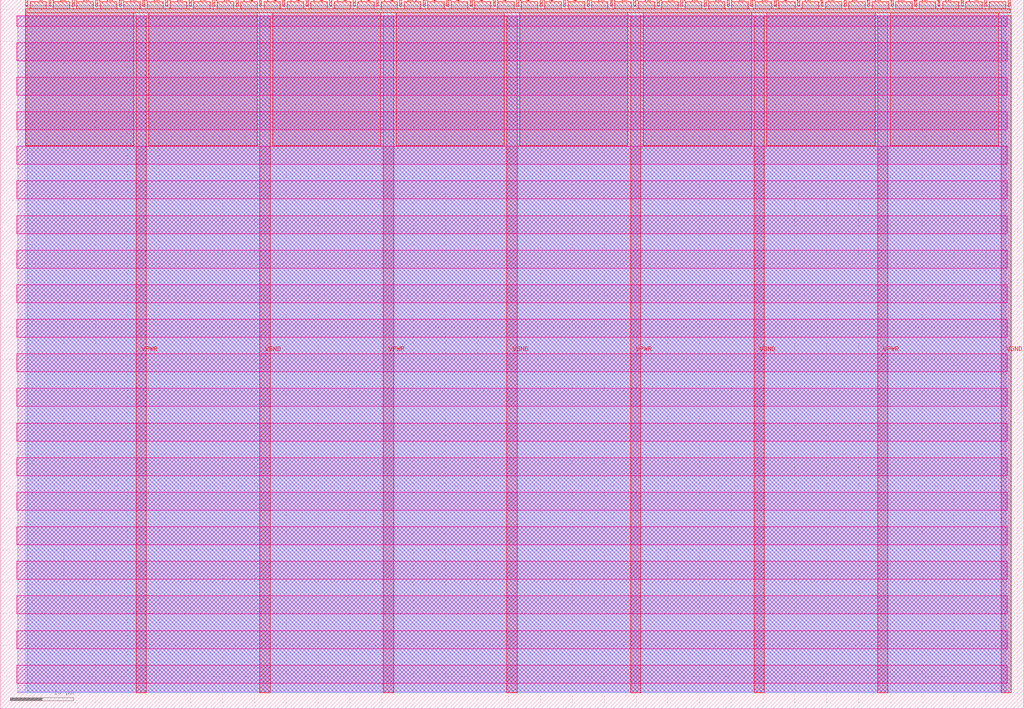
<source format=lef>
VERSION 5.7 ;
  NOWIREEXTENSIONATPIN ON ;
  DIVIDERCHAR "/" ;
  BUSBITCHARS "[]" ;
MACRO tt_um_ppca
  CLASS BLOCK ;
  FOREIGN tt_um_ppca ;
  ORIGIN 0.000 0.000 ;
  SIZE 161.000 BY 111.520 ;
  PIN VGND
    DIRECTION INOUT ;
    USE GROUND ;
    PORT
      LAYER met4 ;
        RECT 40.830 2.480 42.430 109.040 ;
    END
    PORT
      LAYER met4 ;
        RECT 79.700 2.480 81.300 109.040 ;
    END
    PORT
      LAYER met4 ;
        RECT 118.570 2.480 120.170 109.040 ;
    END
    PORT
      LAYER met4 ;
        RECT 157.440 2.480 159.040 109.040 ;
    END
  END VGND
  PIN VPWR
    DIRECTION INOUT ;
    USE POWER ;
    PORT
      LAYER met4 ;
        RECT 21.395 2.480 22.995 109.040 ;
    END
    PORT
      LAYER met4 ;
        RECT 60.265 2.480 61.865 109.040 ;
    END
    PORT
      LAYER met4 ;
        RECT 99.135 2.480 100.735 109.040 ;
    END
    PORT
      LAYER met4 ;
        RECT 138.005 2.480 139.605 109.040 ;
    END
  END VPWR
  PIN clk
    DIRECTION INPUT ;
    USE SIGNAL ;
    ANTENNAGATEAREA 0.852000 ;
    PORT
      LAYER met4 ;
        RECT 154.870 110.520 155.170 111.520 ;
    END
  END clk
  PIN ena
    DIRECTION INPUT ;
    USE SIGNAL ;
    ANTENNAGATEAREA 0.213000 ;
    PORT
      LAYER met4 ;
        RECT 158.550 110.520 158.850 111.520 ;
    END
  END ena
  PIN rst_n
    DIRECTION INPUT ;
    USE SIGNAL ;
    ANTENNAGATEAREA 0.159000 ;
    PORT
      LAYER met4 ;
        RECT 151.190 110.520 151.490 111.520 ;
    END
  END rst_n
  PIN ui_in[0]
    DIRECTION INPUT ;
    USE SIGNAL ;
    ANTENNAGATEAREA 0.196500 ;
    PORT
      LAYER met4 ;
        RECT 147.510 110.520 147.810 111.520 ;
    END
  END ui_in[0]
  PIN ui_in[1]
    DIRECTION INPUT ;
    USE SIGNAL ;
    ANTENNAGATEAREA 0.196500 ;
    PORT
      LAYER met4 ;
        RECT 143.830 110.520 144.130 111.520 ;
    END
  END ui_in[1]
  PIN ui_in[2]
    DIRECTION INPUT ;
    USE SIGNAL ;
    ANTENNAGATEAREA 0.196500 ;
    PORT
      LAYER met4 ;
        RECT 140.150 110.520 140.450 111.520 ;
    END
  END ui_in[2]
  PIN ui_in[3]
    DIRECTION INPUT ;
    USE SIGNAL ;
    ANTENNAGATEAREA 0.196500 ;
    PORT
      LAYER met4 ;
        RECT 136.470 110.520 136.770 111.520 ;
    END
  END ui_in[3]
  PIN ui_in[4]
    DIRECTION INPUT ;
    USE SIGNAL ;
    ANTENNAGATEAREA 0.196500 ;
    PORT
      LAYER met4 ;
        RECT 132.790 110.520 133.090 111.520 ;
    END
  END ui_in[4]
  PIN ui_in[5]
    DIRECTION INPUT ;
    USE SIGNAL ;
    ANTENNAGATEAREA 0.196500 ;
    PORT
      LAYER met4 ;
        RECT 129.110 110.520 129.410 111.520 ;
    END
  END ui_in[5]
  PIN ui_in[6]
    DIRECTION INPUT ;
    USE SIGNAL ;
    PORT
      LAYER met4 ;
        RECT 125.430 110.520 125.730 111.520 ;
    END
  END ui_in[6]
  PIN ui_in[7]
    DIRECTION INPUT ;
    USE SIGNAL ;
    PORT
      LAYER met4 ;
        RECT 121.750 110.520 122.050 111.520 ;
    END
  END ui_in[7]
  PIN uio_in[0]
    DIRECTION INPUT ;
    USE SIGNAL ;
    PORT
      LAYER met4 ;
        RECT 118.070 110.520 118.370 111.520 ;
    END
  END uio_in[0]
  PIN uio_in[1]
    DIRECTION INPUT ;
    USE SIGNAL ;
    PORT
      LAYER met4 ;
        RECT 114.390 110.520 114.690 111.520 ;
    END
  END uio_in[1]
  PIN uio_in[2]
    DIRECTION INPUT ;
    USE SIGNAL ;
    PORT
      LAYER met4 ;
        RECT 110.710 110.520 111.010 111.520 ;
    END
  END uio_in[2]
  PIN uio_in[3]
    DIRECTION INPUT ;
    USE SIGNAL ;
    PORT
      LAYER met4 ;
        RECT 107.030 110.520 107.330 111.520 ;
    END
  END uio_in[3]
  PIN uio_in[4]
    DIRECTION INPUT ;
    USE SIGNAL ;
    PORT
      LAYER met4 ;
        RECT 103.350 110.520 103.650 111.520 ;
    END
  END uio_in[4]
  PIN uio_in[5]
    DIRECTION INPUT ;
    USE SIGNAL ;
    PORT
      LAYER met4 ;
        RECT 99.670 110.520 99.970 111.520 ;
    END
  END uio_in[5]
  PIN uio_in[6]
    DIRECTION INPUT ;
    USE SIGNAL ;
    PORT
      LAYER met4 ;
        RECT 95.990 110.520 96.290 111.520 ;
    END
  END uio_in[6]
  PIN uio_in[7]
    DIRECTION INPUT ;
    USE SIGNAL ;
    PORT
      LAYER met4 ;
        RECT 92.310 110.520 92.610 111.520 ;
    END
  END uio_in[7]
  PIN uio_oe[0]
    DIRECTION OUTPUT TRISTATE ;
    USE SIGNAL ;
    PORT
      LAYER met4 ;
        RECT 29.750 110.520 30.050 111.520 ;
    END
  END uio_oe[0]
  PIN uio_oe[1]
    DIRECTION OUTPUT TRISTATE ;
    USE SIGNAL ;
    PORT
      LAYER met4 ;
        RECT 26.070 110.520 26.370 111.520 ;
    END
  END uio_oe[1]
  PIN uio_oe[2]
    DIRECTION OUTPUT TRISTATE ;
    USE SIGNAL ;
    PORT
      LAYER met4 ;
        RECT 22.390 110.520 22.690 111.520 ;
    END
  END uio_oe[2]
  PIN uio_oe[3]
    DIRECTION OUTPUT TRISTATE ;
    USE SIGNAL ;
    PORT
      LAYER met4 ;
        RECT 18.710 110.520 19.010 111.520 ;
    END
  END uio_oe[3]
  PIN uio_oe[4]
    DIRECTION OUTPUT TRISTATE ;
    USE SIGNAL ;
    PORT
      LAYER met4 ;
        RECT 15.030 110.520 15.330 111.520 ;
    END
  END uio_oe[4]
  PIN uio_oe[5]
    DIRECTION OUTPUT TRISTATE ;
    USE SIGNAL ;
    PORT
      LAYER met4 ;
        RECT 11.350 110.520 11.650 111.520 ;
    END
  END uio_oe[5]
  PIN uio_oe[6]
    DIRECTION OUTPUT TRISTATE ;
    USE SIGNAL ;
    PORT
      LAYER met4 ;
        RECT 7.670 110.520 7.970 111.520 ;
    END
  END uio_oe[6]
  PIN uio_oe[7]
    DIRECTION OUTPUT TRISTATE ;
    USE SIGNAL ;
    PORT
      LAYER met4 ;
        RECT 3.990 110.520 4.290 111.520 ;
    END
  END uio_oe[7]
  PIN uio_out[0]
    DIRECTION OUTPUT TRISTATE ;
    USE SIGNAL ;
    PORT
      LAYER met4 ;
        RECT 59.190 110.520 59.490 111.520 ;
    END
  END uio_out[0]
  PIN uio_out[1]
    DIRECTION OUTPUT TRISTATE ;
    USE SIGNAL ;
    PORT
      LAYER met4 ;
        RECT 55.510 110.520 55.810 111.520 ;
    END
  END uio_out[1]
  PIN uio_out[2]
    DIRECTION OUTPUT TRISTATE ;
    USE SIGNAL ;
    ANTENNADIFFAREA 0.445500 ;
    PORT
      LAYER met4 ;
        RECT 51.830 110.520 52.130 111.520 ;
    END
  END uio_out[2]
  PIN uio_out[3]
    DIRECTION OUTPUT TRISTATE ;
    USE SIGNAL ;
    ANTENNAGATEAREA 0.868500 ;
    ANTENNADIFFAREA 0.891000 ;
    PORT
      LAYER met4 ;
        RECT 48.150 110.520 48.450 111.520 ;
    END
  END uio_out[3]
  PIN uio_out[4]
    DIRECTION OUTPUT TRISTATE ;
    USE SIGNAL ;
    ANTENNAGATEAREA 0.990000 ;
    ANTENNADIFFAREA 0.891000 ;
    PORT
      LAYER met4 ;
        RECT 44.470 110.520 44.770 111.520 ;
    END
  END uio_out[4]
  PIN uio_out[5]
    DIRECTION OUTPUT TRISTATE ;
    USE SIGNAL ;
    ANTENNAGATEAREA 1.237500 ;
    ANTENNADIFFAREA 0.891000 ;
    PORT
      LAYER met4 ;
        RECT 40.790 110.520 41.090 111.520 ;
    END
  END uio_out[5]
  PIN uio_out[6]
    DIRECTION OUTPUT TRISTATE ;
    USE SIGNAL ;
    ANTENNAGATEAREA 1.237500 ;
    ANTENNADIFFAREA 0.891000 ;
    PORT
      LAYER met4 ;
        RECT 37.110 110.520 37.410 111.520 ;
    END
  END uio_out[6]
  PIN uio_out[7]
    DIRECTION OUTPUT TRISTATE ;
    USE SIGNAL ;
    ANTENNADIFFAREA 0.795200 ;
    PORT
      LAYER met4 ;
        RECT 33.430 110.520 33.730 111.520 ;
    END
  END uio_out[7]
  PIN uo_out[0]
    DIRECTION OUTPUT TRISTATE ;
    USE SIGNAL ;
    ANTENNADIFFAREA 0.795200 ;
    PORT
      LAYER met4 ;
        RECT 88.630 110.520 88.930 111.520 ;
    END
  END uo_out[0]
  PIN uo_out[1]
    DIRECTION OUTPUT TRISTATE ;
    USE SIGNAL ;
    ANTENNADIFFAREA 0.445500 ;
    PORT
      LAYER met4 ;
        RECT 84.950 110.520 85.250 111.520 ;
    END
  END uo_out[1]
  PIN uo_out[2]
    DIRECTION OUTPUT TRISTATE ;
    USE SIGNAL ;
    ANTENNADIFFAREA 0.891000 ;
    PORT
      LAYER met4 ;
        RECT 81.270 110.520 81.570 111.520 ;
    END
  END uo_out[2]
  PIN uo_out[3]
    DIRECTION OUTPUT TRISTATE ;
    USE SIGNAL ;
    ANTENNADIFFAREA 0.891000 ;
    PORT
      LAYER met4 ;
        RECT 77.590 110.520 77.890 111.520 ;
    END
  END uo_out[3]
  PIN uo_out[4]
    DIRECTION OUTPUT TRISTATE ;
    USE SIGNAL ;
    ANTENNADIFFAREA 0.891000 ;
    PORT
      LAYER met4 ;
        RECT 73.910 110.520 74.210 111.520 ;
    END
  END uo_out[4]
  PIN uo_out[5]
    DIRECTION OUTPUT TRISTATE ;
    USE SIGNAL ;
    ANTENNADIFFAREA 0.445500 ;
    PORT
      LAYER met4 ;
        RECT 70.230 110.520 70.530 111.520 ;
    END
  END uo_out[5]
  PIN uo_out[6]
    DIRECTION OUTPUT TRISTATE ;
    USE SIGNAL ;
    ANTENNADIFFAREA 0.795200 ;
    PORT
      LAYER met4 ;
        RECT 66.550 110.520 66.850 111.520 ;
    END
  END uo_out[6]
  PIN uo_out[7]
    DIRECTION OUTPUT TRISTATE ;
    USE SIGNAL ;
    PORT
      LAYER met4 ;
        RECT 62.870 110.520 63.170 111.520 ;
    END
  END uo_out[7]
  OBS
      LAYER nwell ;
        RECT 2.570 107.385 158.430 108.990 ;
        RECT 2.570 101.945 158.430 104.775 ;
        RECT 2.570 96.505 158.430 99.335 ;
        RECT 2.570 91.065 158.430 93.895 ;
        RECT 2.570 85.625 158.430 88.455 ;
        RECT 2.570 80.185 158.430 83.015 ;
        RECT 2.570 74.745 158.430 77.575 ;
        RECT 2.570 69.305 158.430 72.135 ;
        RECT 2.570 63.865 158.430 66.695 ;
        RECT 2.570 58.425 158.430 61.255 ;
        RECT 2.570 52.985 158.430 55.815 ;
        RECT 2.570 47.545 158.430 50.375 ;
        RECT 2.570 42.105 158.430 44.935 ;
        RECT 2.570 36.665 158.430 39.495 ;
        RECT 2.570 31.225 158.430 34.055 ;
        RECT 2.570 25.785 158.430 28.615 ;
        RECT 2.570 20.345 158.430 23.175 ;
        RECT 2.570 14.905 158.430 17.735 ;
        RECT 2.570 9.465 158.430 12.295 ;
        RECT 2.570 4.025 158.430 6.855 ;
      LAYER li1 ;
        RECT 2.760 2.635 158.240 108.885 ;
      LAYER met1 ;
        RECT 2.760 2.480 159.040 109.040 ;
      LAYER met2 ;
        RECT 4.230 2.535 159.010 110.685 ;
      LAYER met3 ;
        RECT 3.950 2.555 159.030 110.665 ;
      LAYER met4 ;
        RECT 4.690 110.120 7.270 111.170 ;
        RECT 8.370 110.120 10.950 111.170 ;
        RECT 12.050 110.120 14.630 111.170 ;
        RECT 15.730 110.120 18.310 111.170 ;
        RECT 19.410 110.120 21.990 111.170 ;
        RECT 23.090 110.120 25.670 111.170 ;
        RECT 26.770 110.120 29.350 111.170 ;
        RECT 30.450 110.120 33.030 111.170 ;
        RECT 34.130 110.120 36.710 111.170 ;
        RECT 37.810 110.120 40.390 111.170 ;
        RECT 41.490 110.120 44.070 111.170 ;
        RECT 45.170 110.120 47.750 111.170 ;
        RECT 48.850 110.120 51.430 111.170 ;
        RECT 52.530 110.120 55.110 111.170 ;
        RECT 56.210 110.120 58.790 111.170 ;
        RECT 59.890 110.120 62.470 111.170 ;
        RECT 63.570 110.120 66.150 111.170 ;
        RECT 67.250 110.120 69.830 111.170 ;
        RECT 70.930 110.120 73.510 111.170 ;
        RECT 74.610 110.120 77.190 111.170 ;
        RECT 78.290 110.120 80.870 111.170 ;
        RECT 81.970 110.120 84.550 111.170 ;
        RECT 85.650 110.120 88.230 111.170 ;
        RECT 89.330 110.120 91.910 111.170 ;
        RECT 93.010 110.120 95.590 111.170 ;
        RECT 96.690 110.120 99.270 111.170 ;
        RECT 100.370 110.120 102.950 111.170 ;
        RECT 104.050 110.120 106.630 111.170 ;
        RECT 107.730 110.120 110.310 111.170 ;
        RECT 111.410 110.120 113.990 111.170 ;
        RECT 115.090 110.120 117.670 111.170 ;
        RECT 118.770 110.120 121.350 111.170 ;
        RECT 122.450 110.120 125.030 111.170 ;
        RECT 126.130 110.120 128.710 111.170 ;
        RECT 129.810 110.120 132.390 111.170 ;
        RECT 133.490 110.120 136.070 111.170 ;
        RECT 137.170 110.120 139.750 111.170 ;
        RECT 140.850 110.120 143.430 111.170 ;
        RECT 144.530 110.120 147.110 111.170 ;
        RECT 148.210 110.120 150.790 111.170 ;
        RECT 151.890 110.120 154.470 111.170 ;
        RECT 155.570 110.120 158.150 111.170 ;
        RECT 3.975 109.440 158.865 110.120 ;
        RECT 3.975 88.575 20.995 109.440 ;
        RECT 23.395 88.575 40.430 109.440 ;
        RECT 42.830 88.575 59.865 109.440 ;
        RECT 62.265 88.575 79.300 109.440 ;
        RECT 81.700 88.575 98.735 109.440 ;
        RECT 101.135 88.575 118.170 109.440 ;
        RECT 120.570 88.575 137.605 109.440 ;
        RECT 140.005 88.575 157.040 109.440 ;
  END
END tt_um_ppca
END LIBRARY


</source>
